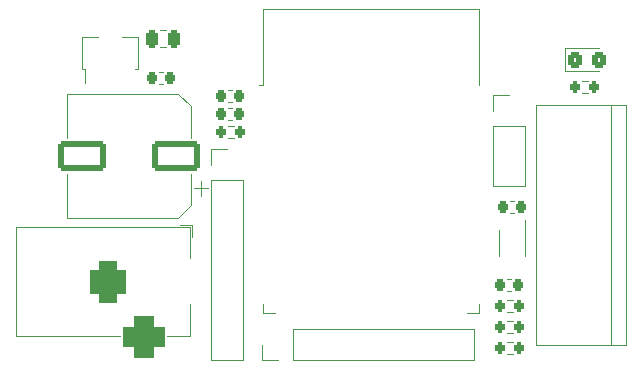
<source format=gbr>
%TF.GenerationSoftware,KiCad,Pcbnew,(6.0.9)*%
%TF.CreationDate,2023-01-18T13:19:17+01:00*%
%TF.ProjectId,WLED_All-in-one_ESP32_Controller,574c4544-5f41-46c6-9c2d-696e2d6f6e65,rev?*%
%TF.SameCoordinates,Original*%
%TF.FileFunction,Legend,Top*%
%TF.FilePolarity,Positive*%
%FSLAX46Y46*%
G04 Gerber Fmt 4.6, Leading zero omitted, Abs format (unit mm)*
G04 Created by KiCad (PCBNEW (6.0.9)) date 2023-01-18 13:19:17*
%MOMM*%
%LPD*%
G01*
G04 APERTURE LIST*
G04 Aperture macros list*
%AMRoundRect*
0 Rectangle with rounded corners*
0 $1 Rounding radius*
0 $2 $3 $4 $5 $6 $7 $8 $9 X,Y pos of 4 corners*
0 Add a 4 corners polygon primitive as box body*
4,1,4,$2,$3,$4,$5,$6,$7,$8,$9,$2,$3,0*
0 Add four circle primitives for the rounded corners*
1,1,$1+$1,$2,$3*
1,1,$1+$1,$4,$5*
1,1,$1+$1,$6,$7*
1,1,$1+$1,$8,$9*
0 Add four rect primitives between the rounded corners*
20,1,$1+$1,$2,$3,$4,$5,0*
20,1,$1+$1,$4,$5,$6,$7,0*
20,1,$1+$1,$6,$7,$8,$9,0*
20,1,$1+$1,$8,$9,$2,$3,0*%
%AMFreePoly0*
4,1,9,3.862500,-0.866500,0.737500,-0.866500,0.737500,-0.450000,-0.737500,-0.450000,-0.737500,0.450000,0.737500,0.450000,0.737500,0.866500,3.862500,0.866500,3.862500,-0.866500,3.862500,-0.866500,$1*%
G04 Aperture macros list end*
%ADD10C,0.120000*%
%ADD11RoundRect,0.225000X0.225000X0.250000X-0.225000X0.250000X-0.225000X-0.250000X0.225000X-0.250000X0*%
%ADD12R,0.900000X1.300000*%
%ADD13FreePoly0,90.000000*%
%ADD14R,0.300000X0.800000*%
%ADD15R,3.500000X3.500000*%
%ADD16RoundRect,0.750000X-0.750000X-1.000000X0.750000X-1.000000X0.750000X1.000000X-0.750000X1.000000X0*%
%ADD17RoundRect,0.875000X-0.875000X-0.875000X0.875000X-0.875000X0.875000X0.875000X-0.875000X0.875000X0*%
%ADD18RoundRect,0.200000X-0.200000X-0.275000X0.200000X-0.275000X0.200000X0.275000X-0.200000X0.275000X0*%
%ADD19RoundRect,0.225000X-0.225000X-0.250000X0.225000X-0.250000X0.225000X0.250000X-0.225000X0.250000X0*%
%ADD20RoundRect,0.250000X-0.250000X-0.475000X0.250000X-0.475000X0.250000X0.475000X-0.250000X0.475000X0*%
%ADD21R,3.000000X3.000000*%
%ADD22C,3.000000*%
%ADD23R,1.700000X1.700000*%
%ADD24O,1.700000X1.700000*%
%ADD25RoundRect,0.200000X0.200000X0.275000X-0.200000X0.275000X-0.200000X-0.275000X0.200000X-0.275000X0*%
%ADD26R,2.000000X0.900000*%
%ADD27R,0.900000X2.000000*%
%ADD28R,5.000000X5.000000*%
%ADD29RoundRect,0.250000X-0.325000X-0.450000X0.325000X-0.450000X0.325000X0.450000X-0.325000X0.450000X0*%
%ADD30RoundRect,0.250000X1.750000X1.000000X-1.750000X1.000000X-1.750000X-1.000000X1.750000X-1.000000X0*%
G04 APERTURE END LIST*
D10*
%TO.C,C7*%
X167285580Y-94232000D02*
X167004420Y-94232000D01*
X167285580Y-95252000D02*
X167004420Y-95252000D01*
%TO.C,U1*%
X130990000Y-73778000D02*
X132300000Y-73778000D01*
X131220000Y-77638000D02*
X131220000Y-76498000D01*
X135710000Y-73778000D02*
X135710000Y-76498000D01*
X134400000Y-73778000D02*
X135710000Y-73778000D01*
X130990000Y-76498000D02*
X131220000Y-76498000D01*
X130990000Y-76498000D02*
X130990000Y-73778000D01*
X135710000Y-76498000D02*
X135480000Y-76498000D01*
%TO.C,U3*%
X166286000Y-92286000D02*
X166286000Y-90086000D01*
X168486000Y-92286000D02*
X168486000Y-89286000D01*
%TO.C,J2*%
X140092000Y-96388000D02*
X140092000Y-99088000D01*
X140292000Y-90738000D02*
X140292000Y-89688000D01*
X140092000Y-99088000D02*
X138192000Y-99088000D01*
X125392000Y-89888000D02*
X140092000Y-89888000D01*
X134192000Y-99088000D02*
X125392000Y-99088000D01*
X140092000Y-89888000D02*
X140092000Y-92488000D01*
X139242000Y-89688000D02*
X140292000Y-89688000D01*
X125392000Y-99088000D02*
X125392000Y-89888000D01*
%TO.C,C6*%
X167526580Y-88648000D02*
X167245420Y-88648000D01*
X167526580Y-87628000D02*
X167245420Y-87628000D01*
%TO.C,R5*%
X166957742Y-95997500D02*
X167432258Y-95997500D01*
X166957742Y-97042500D02*
X167432258Y-97042500D01*
%TO.C,C2*%
X137540420Y-76706000D02*
X137821580Y-76706000D01*
X137540420Y-77726000D02*
X137821580Y-77726000D01*
%TO.C,C3*%
X137594748Y-74649000D02*
X138117252Y-74649000D01*
X137594748Y-73179000D02*
X138117252Y-73179000D01*
%TO.C,J3*%
X169418000Y-99822000D02*
X169418000Y-79502000D01*
X177038000Y-79502000D02*
X169418000Y-79502000D01*
X175768000Y-79502000D02*
X175768000Y-99822000D01*
X169418000Y-99822000D02*
X177038000Y-99822000D01*
X177038000Y-99822000D02*
X177038000Y-79502000D01*
%TO.C,J4*%
X165802000Y-81280000D02*
X165802000Y-86420000D01*
X168462000Y-81280000D02*
X168462000Y-86420000D01*
X165802000Y-81280000D02*
X168462000Y-81280000D01*
X165802000Y-78680000D02*
X167132000Y-78680000D01*
X165802000Y-80010000D02*
X165802000Y-78680000D01*
X165802000Y-86420000D02*
X168462000Y-86420000D01*
%TO.C,J1*%
X146239000Y-101152000D02*
X146239000Y-99822000D01*
X147569000Y-101152000D02*
X146239000Y-101152000D01*
X148839000Y-101152000D02*
X148839000Y-98492000D01*
X164139000Y-101152000D02*
X164139000Y-98492000D01*
X148839000Y-98492000D02*
X164139000Y-98492000D01*
X148839000Y-101152000D02*
X164139000Y-101152000D01*
%TO.C,R1*%
X143810258Y-81265500D02*
X143335742Y-81265500D01*
X143810258Y-82310500D02*
X143335742Y-82310500D01*
%TO.C,R3*%
X167432258Y-99553500D02*
X166957742Y-99553500D01*
X167432258Y-100598500D02*
X166957742Y-100598500D01*
%TO.C,R4*%
X173307742Y-78500500D02*
X173782258Y-78500500D01*
X173307742Y-77455500D02*
X173782258Y-77455500D01*
%TO.C,J5*%
X141926000Y-83247000D02*
X143256000Y-83247000D01*
X141926000Y-85847000D02*
X141926000Y-101147000D01*
X141926000Y-85847000D02*
X144586000Y-85847000D01*
X144586000Y-85847000D02*
X144586000Y-101147000D01*
X141926000Y-101147000D02*
X144586000Y-101147000D01*
X141926000Y-84577000D02*
X141926000Y-83247000D01*
%TO.C,U2*%
X146328000Y-96392000D02*
X146328000Y-97172000D01*
X146328000Y-71427000D02*
X164568000Y-71427000D01*
X146328000Y-97172000D02*
X147328000Y-97172000D01*
X146328000Y-71427000D02*
X146328000Y-77847000D01*
X164568000Y-71427000D02*
X164568000Y-77847000D01*
X146328000Y-77847000D02*
X145948000Y-77847000D01*
X164568000Y-96392000D02*
X164568000Y-97172000D01*
X164568000Y-97172000D02*
X163568000Y-97172000D01*
%TO.C,D1*%
X171867000Y-76652000D02*
X174727000Y-76652000D01*
X171867000Y-74732000D02*
X171867000Y-76652000D01*
X174727000Y-74732000D02*
X171867000Y-74732000D01*
%TO.C,R2*%
X167432258Y-98820500D02*
X166957742Y-98820500D01*
X167432258Y-97775500D02*
X166957742Y-97775500D01*
%TO.C,C1*%
X139133563Y-89080000D02*
X129678000Y-89080000D01*
X141063000Y-87205000D02*
X141063000Y-85955000D01*
X140198000Y-88015563D02*
X139133563Y-89080000D01*
X129678000Y-89080000D02*
X129678000Y-85330000D01*
X129678000Y-78560000D02*
X129678000Y-82310000D01*
X140198000Y-88015563D02*
X140198000Y-85330000D01*
X140198000Y-79624437D02*
X139133563Y-78560000D01*
X139133563Y-78560000D02*
X129678000Y-78560000D01*
X141688000Y-86580000D02*
X140438000Y-86580000D01*
X140198000Y-79624437D02*
X140198000Y-82310000D01*
%TO.C,C4*%
X143382420Y-78230000D02*
X143663580Y-78230000D01*
X143382420Y-79250000D02*
X143663580Y-79250000D01*
%TO.C,C5*%
X143382420Y-79754000D02*
X143663580Y-79754000D01*
X143382420Y-80774000D02*
X143663580Y-80774000D01*
%TD*%
%LPC*%
D11*
%TO.C,C7*%
X167920000Y-94742000D03*
X166370000Y-94742000D03*
%TD*%
D12*
%TO.C,U1*%
X131850000Y-77088000D03*
D13*
X133350000Y-77000500D03*
D12*
X134850000Y-77088000D03*
%TD*%
D14*
%TO.C,U3*%
X168136000Y-89636000D03*
X167636000Y-89636000D03*
X167136000Y-89636000D03*
X166636000Y-89636000D03*
X166636000Y-92736000D03*
X167136000Y-92736000D03*
X167636000Y-92736000D03*
X168136000Y-92736000D03*
%TD*%
D15*
%TO.C,J2*%
X139192000Y-94488000D03*
D16*
X133192000Y-94488000D03*
D17*
X136192000Y-99188000D03*
%TD*%
D11*
%TO.C,C6*%
X168161000Y-88138000D03*
X166611000Y-88138000D03*
%TD*%
D18*
%TO.C,R5*%
X166370000Y-96520000D03*
X168020000Y-96520000D03*
%TD*%
D19*
%TO.C,C2*%
X136906000Y-77216000D03*
X138456000Y-77216000D03*
%TD*%
D20*
%TO.C,C3*%
X136906000Y-73914000D03*
X138806000Y-73914000D03*
%TD*%
D21*
%TO.C,J3*%
X173228000Y-97282000D03*
D22*
X173228000Y-92202000D03*
X173228000Y-87122000D03*
X173228000Y-82042000D03*
%TD*%
D23*
%TO.C,J4*%
X167132000Y-80010000D03*
D24*
X167132000Y-82550000D03*
X167132000Y-85090000D03*
%TD*%
D23*
%TO.C,J1*%
X147569000Y-99822000D03*
D24*
X150109000Y-99822000D03*
X152649000Y-99822000D03*
X155189000Y-99822000D03*
X157729000Y-99822000D03*
X160269000Y-99822000D03*
X162809000Y-99822000D03*
%TD*%
D25*
%TO.C,R1*%
X144398000Y-81788000D03*
X142748000Y-81788000D03*
%TD*%
%TO.C,R3*%
X168020000Y-100076000D03*
X166370000Y-100076000D03*
%TD*%
D18*
%TO.C,R4*%
X172720000Y-77978000D03*
X174370000Y-77978000D03*
%TD*%
D23*
%TO.C,J5*%
X143256000Y-84577000D03*
D24*
X143256000Y-87117000D03*
X143256000Y-89657000D03*
X143256000Y-92197000D03*
X143256000Y-94737000D03*
X143256000Y-97277000D03*
X143256000Y-99817000D03*
%TD*%
D26*
%TO.C,U2*%
X146948000Y-79037000D03*
X146948000Y-80307000D03*
X146948000Y-81577000D03*
X146948000Y-82847000D03*
X146948000Y-84117000D03*
X146948000Y-85387000D03*
X146948000Y-86657000D03*
X146948000Y-87927000D03*
X146948000Y-89197000D03*
X146948000Y-90467000D03*
X146948000Y-91737000D03*
X146948000Y-93007000D03*
X146948000Y-94277000D03*
X146948000Y-95547000D03*
D27*
X149733000Y-96547000D03*
X151003000Y-96547000D03*
X152273000Y-96547000D03*
X153543000Y-96547000D03*
X154813000Y-96547000D03*
X156083000Y-96547000D03*
X157353000Y-96547000D03*
X158623000Y-96547000D03*
X159893000Y-96547000D03*
X161163000Y-96547000D03*
D26*
X163948000Y-95547000D03*
X163948000Y-94277000D03*
X163948000Y-93007000D03*
X163948000Y-91737000D03*
X163948000Y-90467000D03*
X163948000Y-89197000D03*
X163948000Y-87927000D03*
X163948000Y-86657000D03*
X163948000Y-85387000D03*
X163948000Y-84117000D03*
X163948000Y-82847000D03*
X163948000Y-81577000D03*
X163948000Y-80307000D03*
X163948000Y-79037000D03*
D28*
X154448000Y-86537000D03*
%TD*%
D29*
%TO.C,D1*%
X172702000Y-75692000D03*
X174752000Y-75692000D03*
%TD*%
D25*
%TO.C,R2*%
X168020000Y-98298000D03*
X166370000Y-98298000D03*
%TD*%
D30*
%TO.C,C1*%
X138938000Y-83820000D03*
X130938000Y-83820000D03*
%TD*%
D19*
%TO.C,C4*%
X142748000Y-78740000D03*
X144298000Y-78740000D03*
%TD*%
%TO.C,C5*%
X142748000Y-80264000D03*
X144298000Y-80264000D03*
%TD*%
M02*

</source>
